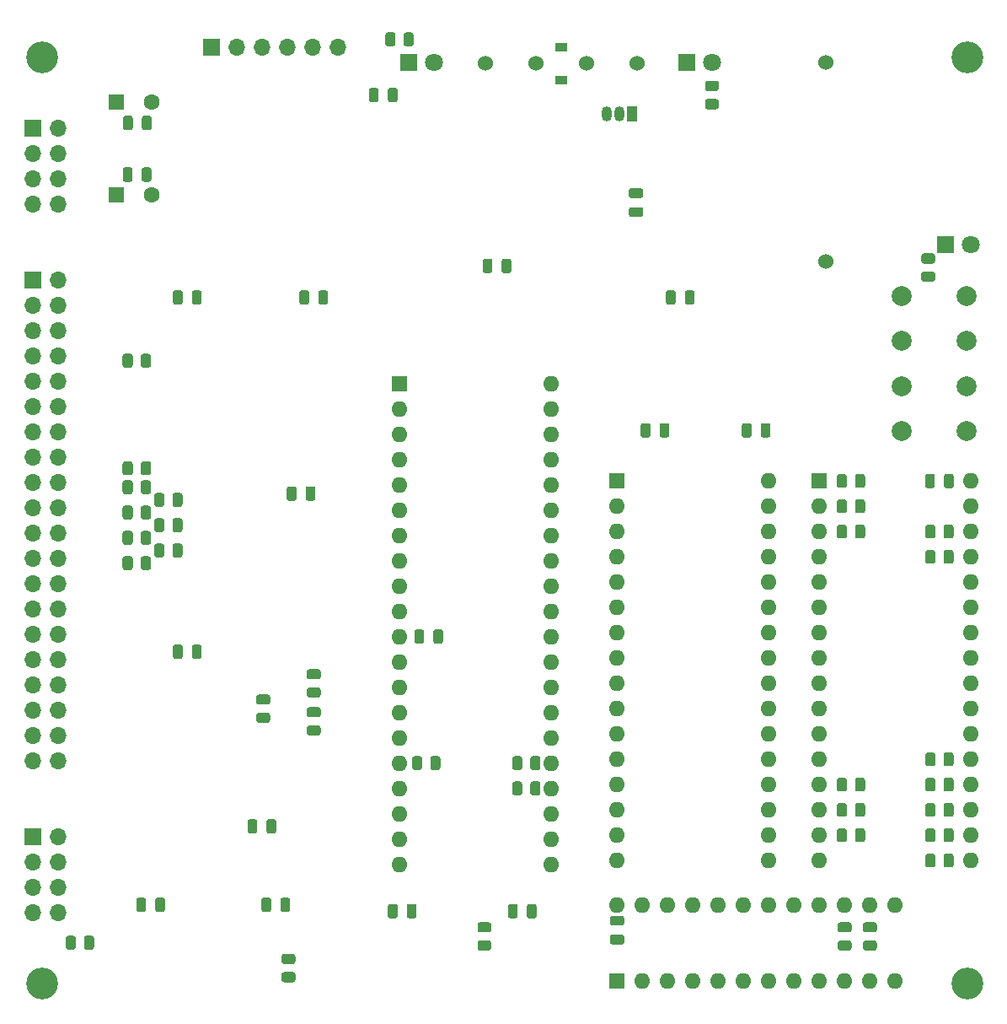
<source format=gbr>
%TF.GenerationSoftware,KiCad,Pcbnew,(5.1.9)-1*%
%TF.CreationDate,2022-03-13T14:27:44-04:00*%
%TF.ProjectId,cpu2,63707532-2e6b-4696-9361-645f70636258,rev?*%
%TF.SameCoordinates,Original*%
%TF.FileFunction,Soldermask,Bot*%
%TF.FilePolarity,Negative*%
%FSLAX46Y46*%
G04 Gerber Fmt 4.6, Leading zero omitted, Abs format (unit mm)*
G04 Created by KiCad (PCBNEW (5.1.9)-1) date 2022-03-13 14:27:44*
%MOMM*%
%LPD*%
G01*
G04 APERTURE LIST*
%ADD10C,1.524000*%
%ADD11O,1.700000X1.700000*%
%ADD12R,1.700000X1.700000*%
%ADD13R,1.050000X1.500000*%
%ADD14O,1.050000X1.500000*%
%ADD15R,1.200000X0.900000*%
%ADD16C,1.800000*%
%ADD17R,1.800000X1.800000*%
%ADD18C,3.200000*%
%ADD19C,1.600000*%
%ADD20R,1.600000X1.600000*%
%ADD21C,2.000000*%
%ADD22O,1.600000X1.600000*%
G04 APERTURE END LIST*
%TO.C,C29*%
G36*
G01*
X37650000Y-82710000D02*
X37650000Y-83660000D01*
G75*
G02*
X37400000Y-83910000I-250000J0D01*
G01*
X36900000Y-83910000D01*
G75*
G02*
X36650000Y-83660000I0J250000D01*
G01*
X36650000Y-82710000D01*
G75*
G02*
X36900000Y-82460000I250000J0D01*
G01*
X37400000Y-82460000D01*
G75*
G02*
X37650000Y-82710000I0J-250000D01*
G01*
G37*
G36*
G01*
X39550000Y-82710000D02*
X39550000Y-83660000D01*
G75*
G02*
X39300000Y-83910000I-250000J0D01*
G01*
X38800000Y-83910000D01*
G75*
G02*
X38550000Y-83660000I0J250000D01*
G01*
X38550000Y-82710000D01*
G75*
G02*
X38800000Y-82460000I250000J0D01*
G01*
X39300000Y-82460000D01*
G75*
G02*
X39550000Y-82710000I0J-250000D01*
G01*
G37*
%TD*%
%TO.C,C28*%
G36*
G01*
X45143000Y-100236000D02*
X45143000Y-101186000D01*
G75*
G02*
X44893000Y-101436000I-250000J0D01*
G01*
X44393000Y-101436000D01*
G75*
G02*
X44143000Y-101186000I0J250000D01*
G01*
X44143000Y-100236000D01*
G75*
G02*
X44393000Y-99986000I250000J0D01*
G01*
X44893000Y-99986000D01*
G75*
G02*
X45143000Y-100236000I0J-250000D01*
G01*
G37*
G36*
G01*
X47043000Y-100236000D02*
X47043000Y-101186000D01*
G75*
G02*
X46793000Y-101436000I-250000J0D01*
G01*
X46293000Y-101436000D01*
G75*
G02*
X46043000Y-101186000I0J250000D01*
G01*
X46043000Y-100236000D01*
G75*
G02*
X46293000Y-99986000I250000J0D01*
G01*
X46793000Y-99986000D01*
G75*
G02*
X47043000Y-100236000I0J-250000D01*
G01*
G37*
%TD*%
%TO.C,C27*%
G36*
G01*
X33531000Y-30574000D02*
X33531000Y-29624000D01*
G75*
G02*
X33781000Y-29374000I250000J0D01*
G01*
X34281000Y-29374000D01*
G75*
G02*
X34531000Y-29624000I0J-250000D01*
G01*
X34531000Y-30574000D01*
G75*
G02*
X34281000Y-30824000I-250000J0D01*
G01*
X33781000Y-30824000D01*
G75*
G02*
X33531000Y-30574000I0J250000D01*
G01*
G37*
G36*
G01*
X31631000Y-30574000D02*
X31631000Y-29624000D01*
G75*
G02*
X31881000Y-29374000I250000J0D01*
G01*
X32381000Y-29374000D01*
G75*
G02*
X32631000Y-29624000I0J-250000D01*
G01*
X32631000Y-30574000D01*
G75*
G02*
X32381000Y-30824000I-250000J0D01*
G01*
X31881000Y-30824000D01*
G75*
G02*
X31631000Y-30574000I0J250000D01*
G01*
G37*
%TD*%
%TO.C,C20*%
G36*
G01*
X33967000Y-108110000D02*
X33967000Y-109060000D01*
G75*
G02*
X33717000Y-109310000I-250000J0D01*
G01*
X33217000Y-109310000D01*
G75*
G02*
X32967000Y-109060000I0J250000D01*
G01*
X32967000Y-108110000D01*
G75*
G02*
X33217000Y-107860000I250000J0D01*
G01*
X33717000Y-107860000D01*
G75*
G02*
X33967000Y-108110000I0J-250000D01*
G01*
G37*
G36*
G01*
X35867000Y-108110000D02*
X35867000Y-109060000D01*
G75*
G02*
X35617000Y-109310000I-250000J0D01*
G01*
X35117000Y-109310000D01*
G75*
G02*
X34867000Y-109060000I0J250000D01*
G01*
X34867000Y-108110000D01*
G75*
G02*
X35117000Y-107860000I250000J0D01*
G01*
X35617000Y-107860000D01*
G75*
G02*
X35867000Y-108110000I0J-250000D01*
G01*
G37*
%TD*%
%TO.C,C19*%
G36*
G01*
X71305000Y-108745000D02*
X71305000Y-109695000D01*
G75*
G02*
X71055000Y-109945000I-250000J0D01*
G01*
X70555000Y-109945000D01*
G75*
G02*
X70305000Y-109695000I0J250000D01*
G01*
X70305000Y-108745000D01*
G75*
G02*
X70555000Y-108495000I250000J0D01*
G01*
X71055000Y-108495000D01*
G75*
G02*
X71305000Y-108745000I0J-250000D01*
G01*
G37*
G36*
G01*
X73205000Y-108745000D02*
X73205000Y-109695000D01*
G75*
G02*
X72955000Y-109945000I-250000J0D01*
G01*
X72455000Y-109945000D01*
G75*
G02*
X72205000Y-109695000I0J250000D01*
G01*
X72205000Y-108745000D01*
G75*
G02*
X72455000Y-108495000I250000J0D01*
G01*
X72955000Y-108495000D01*
G75*
G02*
X73205000Y-108745000I0J-250000D01*
G01*
G37*
%TD*%
%TO.C,C18*%
G36*
G01*
X49080000Y-66835000D02*
X49080000Y-67785000D01*
G75*
G02*
X48830000Y-68035000I-250000J0D01*
G01*
X48330000Y-68035000D01*
G75*
G02*
X48080000Y-67785000I0J250000D01*
G01*
X48080000Y-66835000D01*
G75*
G02*
X48330000Y-66585000I250000J0D01*
G01*
X48830000Y-66585000D01*
G75*
G02*
X49080000Y-66835000I0J-250000D01*
G01*
G37*
G36*
G01*
X50980000Y-66835000D02*
X50980000Y-67785000D01*
G75*
G02*
X50730000Y-68035000I-250000J0D01*
G01*
X50230000Y-68035000D01*
G75*
G02*
X49980000Y-67785000I0J250000D01*
G01*
X49980000Y-66835000D01*
G75*
G02*
X50230000Y-66585000I250000J0D01*
G01*
X50730000Y-66585000D01*
G75*
G02*
X50980000Y-66835000I0J-250000D01*
G01*
G37*
%TD*%
%TO.C,C16*%
G36*
G01*
X46540000Y-108110000D02*
X46540000Y-109060000D01*
G75*
G02*
X46290000Y-109310000I-250000J0D01*
G01*
X45790000Y-109310000D01*
G75*
G02*
X45540000Y-109060000I0J250000D01*
G01*
X45540000Y-108110000D01*
G75*
G02*
X45790000Y-107860000I250000J0D01*
G01*
X46290000Y-107860000D01*
G75*
G02*
X46540000Y-108110000I0J-250000D01*
G01*
G37*
G36*
G01*
X48440000Y-108110000D02*
X48440000Y-109060000D01*
G75*
G02*
X48190000Y-109310000I-250000J0D01*
G01*
X47690000Y-109310000D01*
G75*
G02*
X47440000Y-109060000I0J250000D01*
G01*
X47440000Y-108110000D01*
G75*
G02*
X47690000Y-107860000I250000J0D01*
G01*
X48190000Y-107860000D01*
G75*
G02*
X48440000Y-108110000I0J-250000D01*
G01*
G37*
%TD*%
%TO.C,C15*%
G36*
G01*
X62807000Y-82136000D02*
X62807000Y-81186000D01*
G75*
G02*
X63057000Y-80936000I250000J0D01*
G01*
X63557000Y-80936000D01*
G75*
G02*
X63807000Y-81186000I0J-250000D01*
G01*
X63807000Y-82136000D01*
G75*
G02*
X63557000Y-82386000I-250000J0D01*
G01*
X63057000Y-82386000D01*
G75*
G02*
X62807000Y-82136000I0J250000D01*
G01*
G37*
G36*
G01*
X60907000Y-82136000D02*
X60907000Y-81186000D01*
G75*
G02*
X61157000Y-80936000I250000J0D01*
G01*
X61657000Y-80936000D01*
G75*
G02*
X61907000Y-81186000I0J-250000D01*
G01*
X61907000Y-82136000D01*
G75*
G02*
X61657000Y-82386000I-250000J0D01*
G01*
X61157000Y-82386000D01*
G75*
G02*
X60907000Y-82136000I0J250000D01*
G01*
G37*
%TD*%
%TO.C,C13*%
G36*
G01*
X113215000Y-65565000D02*
X113215000Y-66515000D01*
G75*
G02*
X112965000Y-66765000I-250000J0D01*
G01*
X112465000Y-66765000D01*
G75*
G02*
X112215000Y-66515000I0J250000D01*
G01*
X112215000Y-65565000D01*
G75*
G02*
X112465000Y-65315000I250000J0D01*
G01*
X112965000Y-65315000D01*
G75*
G02*
X113215000Y-65565000I0J-250000D01*
G01*
G37*
G36*
G01*
X115115000Y-65565000D02*
X115115000Y-66515000D01*
G75*
G02*
X114865000Y-66765000I-250000J0D01*
G01*
X114365000Y-66765000D01*
G75*
G02*
X114115000Y-66515000I0J250000D01*
G01*
X114115000Y-65565000D01*
G75*
G02*
X114365000Y-65315000I250000J0D01*
G01*
X114865000Y-65315000D01*
G75*
G02*
X115115000Y-65565000I0J-250000D01*
G01*
G37*
%TD*%
%TO.C,C12*%
G36*
G01*
X50350000Y-47150000D02*
X50350000Y-48100000D01*
G75*
G02*
X50100000Y-48350000I-250000J0D01*
G01*
X49600000Y-48350000D01*
G75*
G02*
X49350000Y-48100000I0J250000D01*
G01*
X49350000Y-47150000D01*
G75*
G02*
X49600000Y-46900000I250000J0D01*
G01*
X50100000Y-46900000D01*
G75*
G02*
X50350000Y-47150000I0J-250000D01*
G01*
G37*
G36*
G01*
X52250000Y-47150000D02*
X52250000Y-48100000D01*
G75*
G02*
X52000000Y-48350000I-250000J0D01*
G01*
X51500000Y-48350000D01*
G75*
G02*
X51250000Y-48100000I0J250000D01*
G01*
X51250000Y-47150000D01*
G75*
G02*
X51500000Y-46900000I250000J0D01*
G01*
X52000000Y-46900000D01*
G75*
G02*
X52250000Y-47150000I0J-250000D01*
G01*
G37*
%TD*%
%TO.C,C11*%
G36*
G01*
X80805000Y-111575000D02*
X81755000Y-111575000D01*
G75*
G02*
X82005000Y-111825000I0J-250000D01*
G01*
X82005000Y-112325000D01*
G75*
G02*
X81755000Y-112575000I-250000J0D01*
G01*
X80805000Y-112575000D01*
G75*
G02*
X80555000Y-112325000I0J250000D01*
G01*
X80555000Y-111825000D01*
G75*
G02*
X80805000Y-111575000I250000J0D01*
G01*
G37*
G36*
G01*
X80805000Y-109675000D02*
X81755000Y-109675000D01*
G75*
G02*
X82005000Y-109925000I0J-250000D01*
G01*
X82005000Y-110425000D01*
G75*
G02*
X81755000Y-110675000I-250000J0D01*
G01*
X80805000Y-110675000D01*
G75*
G02*
X80555000Y-110425000I0J250000D01*
G01*
X80555000Y-109925000D01*
G75*
G02*
X80805000Y-109675000I250000J0D01*
G01*
G37*
%TD*%
%TO.C,C10*%
G36*
G01*
X57335000Y-26830000D02*
X57335000Y-27780000D01*
G75*
G02*
X57085000Y-28030000I-250000J0D01*
G01*
X56585000Y-28030000D01*
G75*
G02*
X56335000Y-27780000I0J250000D01*
G01*
X56335000Y-26830000D01*
G75*
G02*
X56585000Y-26580000I250000J0D01*
G01*
X57085000Y-26580000D01*
G75*
G02*
X57335000Y-26830000I0J-250000D01*
G01*
G37*
G36*
G01*
X59235000Y-26830000D02*
X59235000Y-27780000D01*
G75*
G02*
X58985000Y-28030000I-250000J0D01*
G01*
X58485000Y-28030000D01*
G75*
G02*
X58235000Y-27780000I0J250000D01*
G01*
X58235000Y-26830000D01*
G75*
G02*
X58485000Y-26580000I250000J0D01*
G01*
X58985000Y-26580000D01*
G75*
G02*
X59235000Y-26830000I0J-250000D01*
G01*
G37*
%TD*%
%TO.C,C9*%
G36*
G01*
X87180000Y-47150000D02*
X87180000Y-48100000D01*
G75*
G02*
X86930000Y-48350000I-250000J0D01*
G01*
X86430000Y-48350000D01*
G75*
G02*
X86180000Y-48100000I0J250000D01*
G01*
X86180000Y-47150000D01*
G75*
G02*
X86430000Y-46900000I250000J0D01*
G01*
X86930000Y-46900000D01*
G75*
G02*
X87180000Y-47150000I0J-250000D01*
G01*
G37*
G36*
G01*
X89080000Y-47150000D02*
X89080000Y-48100000D01*
G75*
G02*
X88830000Y-48350000I-250000J0D01*
G01*
X88330000Y-48350000D01*
G75*
G02*
X88080000Y-48100000I0J250000D01*
G01*
X88080000Y-47150000D01*
G75*
G02*
X88330000Y-46900000I250000J0D01*
G01*
X88830000Y-46900000D01*
G75*
G02*
X89080000Y-47150000I0J-250000D01*
G01*
G37*
%TD*%
%TO.C,C8*%
G36*
G01*
X37650000Y-47150000D02*
X37650000Y-48100000D01*
G75*
G02*
X37400000Y-48350000I-250000J0D01*
G01*
X36900000Y-48350000D01*
G75*
G02*
X36650000Y-48100000I0J250000D01*
G01*
X36650000Y-47150000D01*
G75*
G02*
X36900000Y-46900000I250000J0D01*
G01*
X37400000Y-46900000D01*
G75*
G02*
X37650000Y-47150000I0J-250000D01*
G01*
G37*
G36*
G01*
X39550000Y-47150000D02*
X39550000Y-48100000D01*
G75*
G02*
X39300000Y-48350000I-250000J0D01*
G01*
X38800000Y-48350000D01*
G75*
G02*
X38550000Y-48100000I0J250000D01*
G01*
X38550000Y-47150000D01*
G75*
G02*
X38800000Y-46900000I250000J0D01*
G01*
X39300000Y-46900000D01*
G75*
G02*
X39550000Y-47150000I0J-250000D01*
G01*
G37*
%TD*%
%TO.C,C7*%
G36*
G01*
X68765000Y-43975000D02*
X68765000Y-44925000D01*
G75*
G02*
X68515000Y-45175000I-250000J0D01*
G01*
X68015000Y-45175000D01*
G75*
G02*
X67765000Y-44925000I0J250000D01*
G01*
X67765000Y-43975000D01*
G75*
G02*
X68015000Y-43725000I250000J0D01*
G01*
X68515000Y-43725000D01*
G75*
G02*
X68765000Y-43975000I0J-250000D01*
G01*
G37*
G36*
G01*
X70665000Y-43975000D02*
X70665000Y-44925000D01*
G75*
G02*
X70415000Y-45175000I-250000J0D01*
G01*
X69915000Y-45175000D01*
G75*
G02*
X69665000Y-44925000I0J250000D01*
G01*
X69665000Y-43975000D01*
G75*
G02*
X69915000Y-43725000I250000J0D01*
G01*
X70415000Y-43725000D01*
G75*
G02*
X70665000Y-43975000I0J-250000D01*
G01*
G37*
%TD*%
%TO.C,C6*%
G36*
G01*
X85540000Y-61435000D02*
X85540000Y-60485000D01*
G75*
G02*
X85790000Y-60235000I250000J0D01*
G01*
X86290000Y-60235000D01*
G75*
G02*
X86540000Y-60485000I0J-250000D01*
G01*
X86540000Y-61435000D01*
G75*
G02*
X86290000Y-61685000I-250000J0D01*
G01*
X85790000Y-61685000D01*
G75*
G02*
X85540000Y-61435000I0J250000D01*
G01*
G37*
G36*
G01*
X83640000Y-61435000D02*
X83640000Y-60485000D01*
G75*
G02*
X83890000Y-60235000I250000J0D01*
G01*
X84390000Y-60235000D01*
G75*
G02*
X84640000Y-60485000I0J-250000D01*
G01*
X84640000Y-61435000D01*
G75*
G02*
X84390000Y-61685000I-250000J0D01*
G01*
X83890000Y-61685000D01*
G75*
G02*
X83640000Y-61435000I0J250000D01*
G01*
G37*
%TD*%
%TO.C,C5*%
G36*
G01*
X83660000Y-37650000D02*
X82710000Y-37650000D01*
G75*
G02*
X82460000Y-37400000I0J250000D01*
G01*
X82460000Y-36900000D01*
G75*
G02*
X82710000Y-36650000I250000J0D01*
G01*
X83660000Y-36650000D01*
G75*
G02*
X83910000Y-36900000I0J-250000D01*
G01*
X83910000Y-37400000D01*
G75*
G02*
X83660000Y-37650000I-250000J0D01*
G01*
G37*
G36*
G01*
X83660000Y-39550000D02*
X82710000Y-39550000D01*
G75*
G02*
X82460000Y-39300000I0J250000D01*
G01*
X82460000Y-38800000D01*
G75*
G02*
X82710000Y-38550000I250000J0D01*
G01*
X83660000Y-38550000D01*
G75*
G02*
X83910000Y-38800000I0J-250000D01*
G01*
X83910000Y-39300000D01*
G75*
G02*
X83660000Y-39550000I-250000J0D01*
G01*
G37*
%TD*%
%TO.C,C4*%
G36*
G01*
X95700000Y-61435000D02*
X95700000Y-60485000D01*
G75*
G02*
X95950000Y-60235000I250000J0D01*
G01*
X96450000Y-60235000D01*
G75*
G02*
X96700000Y-60485000I0J-250000D01*
G01*
X96700000Y-61435000D01*
G75*
G02*
X96450000Y-61685000I-250000J0D01*
G01*
X95950000Y-61685000D01*
G75*
G02*
X95700000Y-61435000I0J250000D01*
G01*
G37*
G36*
G01*
X93800000Y-61435000D02*
X93800000Y-60485000D01*
G75*
G02*
X94050000Y-60235000I250000J0D01*
G01*
X94550000Y-60235000D01*
G75*
G02*
X94800000Y-60485000I0J-250000D01*
G01*
X94800000Y-61435000D01*
G75*
G02*
X94550000Y-61685000I-250000J0D01*
G01*
X94050000Y-61685000D01*
G75*
G02*
X93800000Y-61435000I0J250000D01*
G01*
G37*
%TD*%
%TO.C,C3*%
G36*
G01*
X59240000Y-108745000D02*
X59240000Y-109695000D01*
G75*
G02*
X58990000Y-109945000I-250000J0D01*
G01*
X58490000Y-109945000D01*
G75*
G02*
X58240000Y-109695000I0J250000D01*
G01*
X58240000Y-108745000D01*
G75*
G02*
X58490000Y-108495000I250000J0D01*
G01*
X58990000Y-108495000D01*
G75*
G02*
X59240000Y-108745000I0J-250000D01*
G01*
G37*
G36*
G01*
X61140000Y-108745000D02*
X61140000Y-109695000D01*
G75*
G02*
X60890000Y-109945000I-250000J0D01*
G01*
X60390000Y-109945000D01*
G75*
G02*
X60140000Y-109695000I0J250000D01*
G01*
X60140000Y-108745000D01*
G75*
G02*
X60390000Y-108495000I250000J0D01*
G01*
X60890000Y-108495000D01*
G75*
G02*
X61140000Y-108745000I0J-250000D01*
G01*
G37*
%TD*%
D10*
%TO.C,BT1*%
X102235000Y-44050000D03*
X102235000Y-24050000D03*
%TD*%
D11*
%TO.C,J4*%
X53200000Y-22500000D03*
X50660000Y-22500000D03*
X48120000Y-22500000D03*
X45580000Y-22500000D03*
X43040000Y-22500000D03*
D12*
X40500000Y-22500000D03*
%TD*%
D10*
%TO.C,U21*%
X83312000Y-24130000D03*
X68072000Y-24130000D03*
X73152000Y-24130000D03*
X78232000Y-24130000D03*
%TD*%
%TO.C,R46*%
G36*
G01*
X90354998Y-27705000D02*
X91255002Y-27705000D01*
G75*
G02*
X91505000Y-27954998I0J-249998D01*
G01*
X91505000Y-28480002D01*
G75*
G02*
X91255002Y-28730000I-249998J0D01*
G01*
X90354998Y-28730000D01*
G75*
G02*
X90105000Y-28480002I0J249998D01*
G01*
X90105000Y-27954998D01*
G75*
G02*
X90354998Y-27705000I249998J0D01*
G01*
G37*
G36*
G01*
X90354998Y-25880000D02*
X91255002Y-25880000D01*
G75*
G02*
X91505000Y-26129998I0J-249998D01*
G01*
X91505000Y-26655002D01*
G75*
G02*
X91255002Y-26905000I-249998J0D01*
G01*
X90354998Y-26905000D01*
G75*
G02*
X90105000Y-26655002I0J249998D01*
G01*
X90105000Y-26129998D01*
G75*
G02*
X90354998Y-25880000I249998J0D01*
G01*
G37*
%TD*%
D13*
%TO.C,Q1*%
X82804000Y-29210000D03*
D14*
X80264000Y-29210000D03*
X81534000Y-29210000D03*
%TD*%
D15*
%TO.C,D9*%
X75692000Y-22480000D03*
X75692000Y-25780000D03*
%TD*%
D16*
%TO.C,D8*%
X90805000Y-24000000D03*
D17*
X88265000Y-24000000D03*
%TD*%
%TO.C,R44*%
G36*
G01*
X33420000Y-65220002D02*
X33420000Y-64319998D01*
G75*
G02*
X33669998Y-64070000I249998J0D01*
G01*
X34195002Y-64070000D01*
G75*
G02*
X34445000Y-64319998I0J-249998D01*
G01*
X34445000Y-65220002D01*
G75*
G02*
X34195002Y-65470000I-249998J0D01*
G01*
X33669998Y-65470000D01*
G75*
G02*
X33420000Y-65220002I0J249998D01*
G01*
G37*
G36*
G01*
X31595000Y-65220002D02*
X31595000Y-64319998D01*
G75*
G02*
X31844998Y-64070000I249998J0D01*
G01*
X32370002Y-64070000D01*
G75*
G02*
X32620000Y-64319998I0J-249998D01*
G01*
X32620000Y-65220002D01*
G75*
G02*
X32370002Y-65470000I-249998J0D01*
G01*
X31844998Y-65470000D01*
G75*
G02*
X31595000Y-65220002I0J249998D01*
G01*
G37*
%TD*%
%TO.C,R43*%
G36*
G01*
X33420000Y-67125002D02*
X33420000Y-66224998D01*
G75*
G02*
X33669998Y-65975000I249998J0D01*
G01*
X34195002Y-65975000D01*
G75*
G02*
X34445000Y-66224998I0J-249998D01*
G01*
X34445000Y-67125002D01*
G75*
G02*
X34195002Y-67375000I-249998J0D01*
G01*
X33669998Y-67375000D01*
G75*
G02*
X33420000Y-67125002I0J249998D01*
G01*
G37*
G36*
G01*
X31595000Y-67125002D02*
X31595000Y-66224998D01*
G75*
G02*
X31844998Y-65975000I249998J0D01*
G01*
X32370002Y-65975000D01*
G75*
G02*
X32620000Y-66224998I0J-249998D01*
G01*
X32620000Y-67125002D01*
G75*
G02*
X32370002Y-67375000I-249998J0D01*
G01*
X31844998Y-67375000D01*
G75*
G02*
X31595000Y-67125002I0J249998D01*
G01*
G37*
%TD*%
%TO.C,R42*%
G36*
G01*
X35795000Y-67494998D02*
X35795000Y-68395002D01*
G75*
G02*
X35545002Y-68645000I-249998J0D01*
G01*
X35019998Y-68645000D01*
G75*
G02*
X34770000Y-68395002I0J249998D01*
G01*
X34770000Y-67494998D01*
G75*
G02*
X35019998Y-67245000I249998J0D01*
G01*
X35545002Y-67245000D01*
G75*
G02*
X35795000Y-67494998I0J-249998D01*
G01*
G37*
G36*
G01*
X37620000Y-67494998D02*
X37620000Y-68395002D01*
G75*
G02*
X37370002Y-68645000I-249998J0D01*
G01*
X36844998Y-68645000D01*
G75*
G02*
X36595000Y-68395002I0J249998D01*
G01*
X36595000Y-67494998D01*
G75*
G02*
X36844998Y-67245000I249998J0D01*
G01*
X37370002Y-67245000D01*
G75*
G02*
X37620000Y-67494998I0J-249998D01*
G01*
G37*
%TD*%
%TO.C,R41*%
G36*
G01*
X33420000Y-69665002D02*
X33420000Y-68764998D01*
G75*
G02*
X33669998Y-68515000I249998J0D01*
G01*
X34195002Y-68515000D01*
G75*
G02*
X34445000Y-68764998I0J-249998D01*
G01*
X34445000Y-69665002D01*
G75*
G02*
X34195002Y-69915000I-249998J0D01*
G01*
X33669998Y-69915000D01*
G75*
G02*
X33420000Y-69665002I0J249998D01*
G01*
G37*
G36*
G01*
X31595000Y-69665002D02*
X31595000Y-68764998D01*
G75*
G02*
X31844998Y-68515000I249998J0D01*
G01*
X32370002Y-68515000D01*
G75*
G02*
X32620000Y-68764998I0J-249998D01*
G01*
X32620000Y-69665002D01*
G75*
G02*
X32370002Y-69915000I-249998J0D01*
G01*
X31844998Y-69915000D01*
G75*
G02*
X31595000Y-69665002I0J249998D01*
G01*
G37*
%TD*%
%TO.C,R40*%
G36*
G01*
X35795000Y-70034998D02*
X35795000Y-70935002D01*
G75*
G02*
X35545002Y-71185000I-249998J0D01*
G01*
X35019998Y-71185000D01*
G75*
G02*
X34770000Y-70935002I0J249998D01*
G01*
X34770000Y-70034998D01*
G75*
G02*
X35019998Y-69785000I249998J0D01*
G01*
X35545002Y-69785000D01*
G75*
G02*
X35795000Y-70034998I0J-249998D01*
G01*
G37*
G36*
G01*
X37620000Y-70034998D02*
X37620000Y-70935002D01*
G75*
G02*
X37370002Y-71185000I-249998J0D01*
G01*
X36844998Y-71185000D01*
G75*
G02*
X36595000Y-70935002I0J249998D01*
G01*
X36595000Y-70034998D01*
G75*
G02*
X36844998Y-69785000I249998J0D01*
G01*
X37370002Y-69785000D01*
G75*
G02*
X37620000Y-70034998I0J-249998D01*
G01*
G37*
%TD*%
%TO.C,R39*%
G36*
G01*
X33420000Y-72205002D02*
X33420000Y-71304998D01*
G75*
G02*
X33669998Y-71055000I249998J0D01*
G01*
X34195002Y-71055000D01*
G75*
G02*
X34445000Y-71304998I0J-249998D01*
G01*
X34445000Y-72205002D01*
G75*
G02*
X34195002Y-72455000I-249998J0D01*
G01*
X33669998Y-72455000D01*
G75*
G02*
X33420000Y-72205002I0J249998D01*
G01*
G37*
G36*
G01*
X31595000Y-72205002D02*
X31595000Y-71304998D01*
G75*
G02*
X31844998Y-71055000I249998J0D01*
G01*
X32370002Y-71055000D01*
G75*
G02*
X32620000Y-71304998I0J-249998D01*
G01*
X32620000Y-72205002D01*
G75*
G02*
X32370002Y-72455000I-249998J0D01*
G01*
X31844998Y-72455000D01*
G75*
G02*
X31595000Y-72205002I0J249998D01*
G01*
G37*
%TD*%
%TO.C,R38*%
G36*
G01*
X35795000Y-72574998D02*
X35795000Y-73475002D01*
G75*
G02*
X35545002Y-73725000I-249998J0D01*
G01*
X35019998Y-73725000D01*
G75*
G02*
X34770000Y-73475002I0J249998D01*
G01*
X34770000Y-72574998D01*
G75*
G02*
X35019998Y-72325000I249998J0D01*
G01*
X35545002Y-72325000D01*
G75*
G02*
X35795000Y-72574998I0J-249998D01*
G01*
G37*
G36*
G01*
X37620000Y-72574998D02*
X37620000Y-73475002D01*
G75*
G02*
X37370002Y-73725000I-249998J0D01*
G01*
X36844998Y-73725000D01*
G75*
G02*
X36595000Y-73475002I0J249998D01*
G01*
X36595000Y-72574998D01*
G75*
G02*
X36844998Y-72325000I249998J0D01*
G01*
X37370002Y-72325000D01*
G75*
G02*
X37620000Y-72574998I0J-249998D01*
G01*
G37*
%TD*%
%TO.C,R37*%
G36*
G01*
X33420000Y-74745002D02*
X33420000Y-73844998D01*
G75*
G02*
X33669998Y-73595000I249998J0D01*
G01*
X34195002Y-73595000D01*
G75*
G02*
X34445000Y-73844998I0J-249998D01*
G01*
X34445000Y-74745002D01*
G75*
G02*
X34195002Y-74995000I-249998J0D01*
G01*
X33669998Y-74995000D01*
G75*
G02*
X33420000Y-74745002I0J249998D01*
G01*
G37*
G36*
G01*
X31595000Y-74745002D02*
X31595000Y-73844998D01*
G75*
G02*
X31844998Y-73595000I249998J0D01*
G01*
X32370002Y-73595000D01*
G75*
G02*
X32620000Y-73844998I0J-249998D01*
G01*
X32620000Y-74745002D01*
G75*
G02*
X32370002Y-74995000I-249998J0D01*
G01*
X31844998Y-74995000D01*
G75*
G02*
X31595000Y-74745002I0J249998D01*
G01*
G37*
%TD*%
%TO.C,R36*%
G36*
G01*
X113265000Y-93529998D02*
X113265000Y-94430002D01*
G75*
G02*
X113015002Y-94680000I-249998J0D01*
G01*
X112489998Y-94680000D01*
G75*
G02*
X112240000Y-94430002I0J249998D01*
G01*
X112240000Y-93529998D01*
G75*
G02*
X112489998Y-93280000I249998J0D01*
G01*
X113015002Y-93280000D01*
G75*
G02*
X113265000Y-93529998I0J-249998D01*
G01*
G37*
G36*
G01*
X115090000Y-93529998D02*
X115090000Y-94430002D01*
G75*
G02*
X114840002Y-94680000I-249998J0D01*
G01*
X114314998Y-94680000D01*
G75*
G02*
X114065000Y-94430002I0J249998D01*
G01*
X114065000Y-93529998D01*
G75*
G02*
X114314998Y-93280000I249998J0D01*
G01*
X114840002Y-93280000D01*
G75*
G02*
X115090000Y-93529998I0J-249998D01*
G01*
G37*
%TD*%
%TO.C,R35*%
G36*
G01*
X113265000Y-96069998D02*
X113265000Y-96970002D01*
G75*
G02*
X113015002Y-97220000I-249998J0D01*
G01*
X112489998Y-97220000D01*
G75*
G02*
X112240000Y-96970002I0J249998D01*
G01*
X112240000Y-96069998D01*
G75*
G02*
X112489998Y-95820000I249998J0D01*
G01*
X113015002Y-95820000D01*
G75*
G02*
X113265000Y-96069998I0J-249998D01*
G01*
G37*
G36*
G01*
X115090000Y-96069998D02*
X115090000Y-96970002D01*
G75*
G02*
X114840002Y-97220000I-249998J0D01*
G01*
X114314998Y-97220000D01*
G75*
G02*
X114065000Y-96970002I0J249998D01*
G01*
X114065000Y-96069998D01*
G75*
G02*
X114314998Y-95820000I249998J0D01*
G01*
X114840002Y-95820000D01*
G75*
G02*
X115090000Y-96069998I0J-249998D01*
G01*
G37*
%TD*%
%TO.C,R34*%
G36*
G01*
X113265000Y-98609998D02*
X113265000Y-99510002D01*
G75*
G02*
X113015002Y-99760000I-249998J0D01*
G01*
X112489998Y-99760000D01*
G75*
G02*
X112240000Y-99510002I0J249998D01*
G01*
X112240000Y-98609998D01*
G75*
G02*
X112489998Y-98360000I249998J0D01*
G01*
X113015002Y-98360000D01*
G75*
G02*
X113265000Y-98609998I0J-249998D01*
G01*
G37*
G36*
G01*
X115090000Y-98609998D02*
X115090000Y-99510002D01*
G75*
G02*
X114840002Y-99760000I-249998J0D01*
G01*
X114314998Y-99760000D01*
G75*
G02*
X114065000Y-99510002I0J249998D01*
G01*
X114065000Y-98609998D01*
G75*
G02*
X114314998Y-98360000I249998J0D01*
G01*
X114840002Y-98360000D01*
G75*
G02*
X115090000Y-98609998I0J-249998D01*
G01*
G37*
%TD*%
%TO.C,R33*%
G36*
G01*
X113265000Y-101149998D02*
X113265000Y-102050002D01*
G75*
G02*
X113015002Y-102300000I-249998J0D01*
G01*
X112489998Y-102300000D01*
G75*
G02*
X112240000Y-102050002I0J249998D01*
G01*
X112240000Y-101149998D01*
G75*
G02*
X112489998Y-100900000I249998J0D01*
G01*
X113015002Y-100900000D01*
G75*
G02*
X113265000Y-101149998I0J-249998D01*
G01*
G37*
G36*
G01*
X115090000Y-101149998D02*
X115090000Y-102050002D01*
G75*
G02*
X114840002Y-102300000I-249998J0D01*
G01*
X114314998Y-102300000D01*
G75*
G02*
X114065000Y-102050002I0J249998D01*
G01*
X114065000Y-101149998D01*
G75*
G02*
X114314998Y-100900000I249998J0D01*
G01*
X114840002Y-100900000D01*
G75*
G02*
X115090000Y-101149998I0J-249998D01*
G01*
G37*
%TD*%
%TO.C,R32*%
G36*
G01*
X113265000Y-103689998D02*
X113265000Y-104590002D01*
G75*
G02*
X113015002Y-104840000I-249998J0D01*
G01*
X112489998Y-104840000D01*
G75*
G02*
X112240000Y-104590002I0J249998D01*
G01*
X112240000Y-103689998D01*
G75*
G02*
X112489998Y-103440000I249998J0D01*
G01*
X113015002Y-103440000D01*
G75*
G02*
X113265000Y-103689998I0J-249998D01*
G01*
G37*
G36*
G01*
X115090000Y-103689998D02*
X115090000Y-104590002D01*
G75*
G02*
X114840002Y-104840000I-249998J0D01*
G01*
X114314998Y-104840000D01*
G75*
G02*
X114065000Y-104590002I0J249998D01*
G01*
X114065000Y-103689998D01*
G75*
G02*
X114314998Y-103440000I249998J0D01*
G01*
X114840002Y-103440000D01*
G75*
G02*
X115090000Y-103689998I0J-249998D01*
G01*
G37*
%TD*%
%TO.C,R31*%
G36*
G01*
X105175000Y-102050002D02*
X105175000Y-101149998D01*
G75*
G02*
X105424998Y-100900000I249998J0D01*
G01*
X105950002Y-100900000D01*
G75*
G02*
X106200000Y-101149998I0J-249998D01*
G01*
X106200000Y-102050002D01*
G75*
G02*
X105950002Y-102300000I-249998J0D01*
G01*
X105424998Y-102300000D01*
G75*
G02*
X105175000Y-102050002I0J249998D01*
G01*
G37*
G36*
G01*
X103350000Y-102050002D02*
X103350000Y-101149998D01*
G75*
G02*
X103599998Y-100900000I249998J0D01*
G01*
X104125002Y-100900000D01*
G75*
G02*
X104375000Y-101149998I0J-249998D01*
G01*
X104375000Y-102050002D01*
G75*
G02*
X104125002Y-102300000I-249998J0D01*
G01*
X103599998Y-102300000D01*
G75*
G02*
X103350000Y-102050002I0J249998D01*
G01*
G37*
%TD*%
%TO.C,R30*%
G36*
G01*
X105175000Y-99510002D02*
X105175000Y-98609998D01*
G75*
G02*
X105424998Y-98360000I249998J0D01*
G01*
X105950002Y-98360000D01*
G75*
G02*
X106200000Y-98609998I0J-249998D01*
G01*
X106200000Y-99510002D01*
G75*
G02*
X105950002Y-99760000I-249998J0D01*
G01*
X105424998Y-99760000D01*
G75*
G02*
X105175000Y-99510002I0J249998D01*
G01*
G37*
G36*
G01*
X103350000Y-99510002D02*
X103350000Y-98609998D01*
G75*
G02*
X103599998Y-98360000I249998J0D01*
G01*
X104125002Y-98360000D01*
G75*
G02*
X104375000Y-98609998I0J-249998D01*
G01*
X104375000Y-99510002D01*
G75*
G02*
X104125002Y-99760000I-249998J0D01*
G01*
X103599998Y-99760000D01*
G75*
G02*
X103350000Y-99510002I0J249998D01*
G01*
G37*
%TD*%
%TO.C,R29*%
G36*
G01*
X105175000Y-96970002D02*
X105175000Y-96069998D01*
G75*
G02*
X105424998Y-95820000I249998J0D01*
G01*
X105950002Y-95820000D01*
G75*
G02*
X106200000Y-96069998I0J-249998D01*
G01*
X106200000Y-96970002D01*
G75*
G02*
X105950002Y-97220000I-249998J0D01*
G01*
X105424998Y-97220000D01*
G75*
G02*
X105175000Y-96970002I0J249998D01*
G01*
G37*
G36*
G01*
X103350000Y-96970002D02*
X103350000Y-96069998D01*
G75*
G02*
X103599998Y-95820000I249998J0D01*
G01*
X104125002Y-95820000D01*
G75*
G02*
X104375000Y-96069998I0J-249998D01*
G01*
X104375000Y-96970002D01*
G75*
G02*
X104125002Y-97220000I-249998J0D01*
G01*
X103599998Y-97220000D01*
G75*
G02*
X103350000Y-96970002I0J249998D01*
G01*
G37*
%TD*%
%TO.C,R10*%
G36*
G01*
X68395002Y-111360000D02*
X67494998Y-111360000D01*
G75*
G02*
X67245000Y-111110002I0J249998D01*
G01*
X67245000Y-110584998D01*
G75*
G02*
X67494998Y-110335000I249998J0D01*
G01*
X68395002Y-110335000D01*
G75*
G02*
X68645000Y-110584998I0J-249998D01*
G01*
X68645000Y-111110002D01*
G75*
G02*
X68395002Y-111360000I-249998J0D01*
G01*
G37*
G36*
G01*
X68395002Y-113185000D02*
X67494998Y-113185000D01*
G75*
G02*
X67245000Y-112935002I0J249998D01*
G01*
X67245000Y-112409998D01*
G75*
G02*
X67494998Y-112160000I249998J0D01*
G01*
X68395002Y-112160000D01*
G75*
G02*
X68645000Y-112409998I0J-249998D01*
G01*
X68645000Y-112935002D01*
G75*
G02*
X68395002Y-113185000I-249998J0D01*
G01*
G37*
%TD*%
%TO.C,R7*%
G36*
G01*
X48710002Y-114535000D02*
X47809998Y-114535000D01*
G75*
G02*
X47560000Y-114285002I0J249998D01*
G01*
X47560000Y-113759998D01*
G75*
G02*
X47809998Y-113510000I249998J0D01*
G01*
X48710002Y-113510000D01*
G75*
G02*
X48960000Y-113759998I0J-249998D01*
G01*
X48960000Y-114285002D01*
G75*
G02*
X48710002Y-114535000I-249998J0D01*
G01*
G37*
G36*
G01*
X48710002Y-116360000D02*
X47809998Y-116360000D01*
G75*
G02*
X47560000Y-116110002I0J249998D01*
G01*
X47560000Y-115584998D01*
G75*
G02*
X47809998Y-115335000I249998J0D01*
G01*
X48710002Y-115335000D01*
G75*
G02*
X48960000Y-115584998I0J-249998D01*
G01*
X48960000Y-116110002D01*
G75*
G02*
X48710002Y-116360000I-249998J0D01*
G01*
G37*
%TD*%
%TO.C,R28*%
G36*
G01*
X33420000Y-54425002D02*
X33420000Y-53524998D01*
G75*
G02*
X33669998Y-53275000I249998J0D01*
G01*
X34195002Y-53275000D01*
G75*
G02*
X34445000Y-53524998I0J-249998D01*
G01*
X34445000Y-54425002D01*
G75*
G02*
X34195002Y-54675000I-249998J0D01*
G01*
X33669998Y-54675000D01*
G75*
G02*
X33420000Y-54425002I0J249998D01*
G01*
G37*
G36*
G01*
X31595000Y-54425002D02*
X31595000Y-53524998D01*
G75*
G02*
X31844998Y-53275000I249998J0D01*
G01*
X32370002Y-53275000D01*
G75*
G02*
X32620000Y-53524998I0J-249998D01*
G01*
X32620000Y-54425002D01*
G75*
G02*
X32370002Y-54675000I-249998J0D01*
G01*
X31844998Y-54675000D01*
G75*
G02*
X31595000Y-54425002I0J249998D01*
G01*
G37*
%TD*%
%TO.C,R27*%
G36*
G01*
X103689998Y-112160000D02*
X104590002Y-112160000D01*
G75*
G02*
X104840000Y-112409998I0J-249998D01*
G01*
X104840000Y-112935002D01*
G75*
G02*
X104590002Y-113185000I-249998J0D01*
G01*
X103689998Y-113185000D01*
G75*
G02*
X103440000Y-112935002I0J249998D01*
G01*
X103440000Y-112409998D01*
G75*
G02*
X103689998Y-112160000I249998J0D01*
G01*
G37*
G36*
G01*
X103689998Y-110335000D02*
X104590002Y-110335000D01*
G75*
G02*
X104840000Y-110584998I0J-249998D01*
G01*
X104840000Y-111110002D01*
G75*
G02*
X104590002Y-111360000I-249998J0D01*
G01*
X103689998Y-111360000D01*
G75*
G02*
X103440000Y-111110002I0J249998D01*
G01*
X103440000Y-110584998D01*
G75*
G02*
X103689998Y-110335000I249998J0D01*
G01*
G37*
%TD*%
%TO.C,R26*%
G36*
G01*
X106229998Y-112160000D02*
X107130002Y-112160000D01*
G75*
G02*
X107380000Y-112409998I0J-249998D01*
G01*
X107380000Y-112935002D01*
G75*
G02*
X107130002Y-113185000I-249998J0D01*
G01*
X106229998Y-113185000D01*
G75*
G02*
X105980000Y-112935002I0J249998D01*
G01*
X105980000Y-112409998D01*
G75*
G02*
X106229998Y-112160000I249998J0D01*
G01*
G37*
G36*
G01*
X106229998Y-110335000D02*
X107130002Y-110335000D01*
G75*
G02*
X107380000Y-110584998I0J-249998D01*
G01*
X107380000Y-111110002D01*
G75*
G02*
X107130002Y-111360000I-249998J0D01*
G01*
X106229998Y-111360000D01*
G75*
G02*
X105980000Y-111110002I0J249998D01*
G01*
X105980000Y-110584998D01*
G75*
G02*
X106229998Y-110335000I249998J0D01*
G01*
G37*
%TD*%
%TO.C,R25*%
G36*
G01*
X105175000Y-66490002D02*
X105175000Y-65589998D01*
G75*
G02*
X105424998Y-65340000I249998J0D01*
G01*
X105950002Y-65340000D01*
G75*
G02*
X106200000Y-65589998I0J-249998D01*
G01*
X106200000Y-66490002D01*
G75*
G02*
X105950002Y-66740000I-249998J0D01*
G01*
X105424998Y-66740000D01*
G75*
G02*
X105175000Y-66490002I0J249998D01*
G01*
G37*
G36*
G01*
X103350000Y-66490002D02*
X103350000Y-65589998D01*
G75*
G02*
X103599998Y-65340000I249998J0D01*
G01*
X104125002Y-65340000D01*
G75*
G02*
X104375000Y-65589998I0J-249998D01*
G01*
X104375000Y-66490002D01*
G75*
G02*
X104125002Y-66740000I-249998J0D01*
G01*
X103599998Y-66740000D01*
G75*
G02*
X103350000Y-66490002I0J249998D01*
G01*
G37*
%TD*%
%TO.C,R24*%
G36*
G01*
X113265000Y-70669998D02*
X113265000Y-71570002D01*
G75*
G02*
X113015002Y-71820000I-249998J0D01*
G01*
X112489998Y-71820000D01*
G75*
G02*
X112240000Y-71570002I0J249998D01*
G01*
X112240000Y-70669998D01*
G75*
G02*
X112489998Y-70420000I249998J0D01*
G01*
X113015002Y-70420000D01*
G75*
G02*
X113265000Y-70669998I0J-249998D01*
G01*
G37*
G36*
G01*
X115090000Y-70669998D02*
X115090000Y-71570002D01*
G75*
G02*
X114840002Y-71820000I-249998J0D01*
G01*
X114314998Y-71820000D01*
G75*
G02*
X114065000Y-71570002I0J249998D01*
G01*
X114065000Y-70669998D01*
G75*
G02*
X114314998Y-70420000I249998J0D01*
G01*
X114840002Y-70420000D01*
G75*
G02*
X115090000Y-70669998I0J-249998D01*
G01*
G37*
%TD*%
%TO.C,R23*%
G36*
G01*
X105175000Y-69030002D02*
X105175000Y-68129998D01*
G75*
G02*
X105424998Y-67880000I249998J0D01*
G01*
X105950002Y-67880000D01*
G75*
G02*
X106200000Y-68129998I0J-249998D01*
G01*
X106200000Y-69030002D01*
G75*
G02*
X105950002Y-69280000I-249998J0D01*
G01*
X105424998Y-69280000D01*
G75*
G02*
X105175000Y-69030002I0J249998D01*
G01*
G37*
G36*
G01*
X103350000Y-69030002D02*
X103350000Y-68129998D01*
G75*
G02*
X103599998Y-67880000I249998J0D01*
G01*
X104125002Y-67880000D01*
G75*
G02*
X104375000Y-68129998I0J-249998D01*
G01*
X104375000Y-69030002D01*
G75*
G02*
X104125002Y-69280000I-249998J0D01*
G01*
X103599998Y-69280000D01*
G75*
G02*
X103350000Y-69030002I0J249998D01*
G01*
G37*
%TD*%
%TO.C,R22*%
G36*
G01*
X105175000Y-71570002D02*
X105175000Y-70669998D01*
G75*
G02*
X105424998Y-70420000I249998J0D01*
G01*
X105950002Y-70420000D01*
G75*
G02*
X106200000Y-70669998I0J-249998D01*
G01*
X106200000Y-71570002D01*
G75*
G02*
X105950002Y-71820000I-249998J0D01*
G01*
X105424998Y-71820000D01*
G75*
G02*
X105175000Y-71570002I0J249998D01*
G01*
G37*
G36*
G01*
X103350000Y-71570002D02*
X103350000Y-70669998D01*
G75*
G02*
X103599998Y-70420000I249998J0D01*
G01*
X104125002Y-70420000D01*
G75*
G02*
X104375000Y-70669998I0J-249998D01*
G01*
X104375000Y-71570002D01*
G75*
G02*
X104125002Y-71820000I-249998J0D01*
G01*
X103599998Y-71820000D01*
G75*
G02*
X103350000Y-71570002I0J249998D01*
G01*
G37*
%TD*%
%TO.C,R21*%
G36*
G01*
X113265000Y-73209998D02*
X113265000Y-74110002D01*
G75*
G02*
X113015002Y-74360000I-249998J0D01*
G01*
X112489998Y-74360000D01*
G75*
G02*
X112240000Y-74110002I0J249998D01*
G01*
X112240000Y-73209998D01*
G75*
G02*
X112489998Y-72960000I249998J0D01*
G01*
X113015002Y-72960000D01*
G75*
G02*
X113265000Y-73209998I0J-249998D01*
G01*
G37*
G36*
G01*
X115090000Y-73209998D02*
X115090000Y-74110002D01*
G75*
G02*
X114840002Y-74360000I-249998J0D01*
G01*
X114314998Y-74360000D01*
G75*
G02*
X114065000Y-74110002I0J249998D01*
G01*
X114065000Y-73209998D01*
G75*
G02*
X114314998Y-72960000I249998J0D01*
G01*
X114840002Y-72960000D01*
G75*
G02*
X115090000Y-73209998I0J-249998D01*
G01*
G37*
%TD*%
D18*
%TO.C,M4*%
X23500000Y-116500000D03*
%TD*%
%TO.C,M3*%
X23500000Y-23500000D03*
%TD*%
%TO.C,M2*%
X116500000Y-116500000D03*
%TD*%
%TO.C,M1*%
X116500000Y-23500000D03*
%TD*%
D19*
%TO.C,C17*%
X34500000Y-37300000D03*
D20*
X31000000Y-37300000D03*
%TD*%
D21*
%TO.C,SW2*%
X116355000Y-56515000D03*
X116355000Y-61015000D03*
X109855000Y-56515000D03*
X109855000Y-61015000D03*
%TD*%
%TO.C,SW1*%
X116355000Y-47443000D03*
X116355000Y-51943000D03*
X109855000Y-47443000D03*
X109855000Y-51943000D03*
%TD*%
%TO.C,C14*%
G36*
G01*
X33503900Y-35762200D02*
X33503900Y-34812200D01*
G75*
G02*
X33753900Y-34562200I250000J0D01*
G01*
X34253900Y-34562200D01*
G75*
G02*
X34503900Y-34812200I0J-250000D01*
G01*
X34503900Y-35762200D01*
G75*
G02*
X34253900Y-36012200I-250000J0D01*
G01*
X33753900Y-36012200D01*
G75*
G02*
X33503900Y-35762200I0J250000D01*
G01*
G37*
G36*
G01*
X31603900Y-35762200D02*
X31603900Y-34812200D01*
G75*
G02*
X31853900Y-34562200I250000J0D01*
G01*
X32353900Y-34562200D01*
G75*
G02*
X32603900Y-34812200I0J-250000D01*
G01*
X32603900Y-35762200D01*
G75*
G02*
X32353900Y-36012200I-250000J0D01*
G01*
X31853900Y-36012200D01*
G75*
G02*
X31603900Y-35762200I0J250000D01*
G01*
G37*
%TD*%
D19*
%TO.C,C21*%
X34500000Y-28000000D03*
D20*
X31000000Y-28000000D03*
%TD*%
D22*
%TO.C,U9*%
X81280000Y-108585000D03*
X109220000Y-116205000D03*
X83820000Y-108585000D03*
X106680000Y-116205000D03*
X86360000Y-108585000D03*
X104140000Y-116205000D03*
X88900000Y-108585000D03*
X101600000Y-116205000D03*
X91440000Y-108585000D03*
X99060000Y-116205000D03*
X93980000Y-108585000D03*
X96520000Y-116205000D03*
X96520000Y-108585000D03*
X93980000Y-116205000D03*
X99060000Y-108585000D03*
X91440000Y-116205000D03*
X101600000Y-108585000D03*
X88900000Y-116205000D03*
X104140000Y-108585000D03*
X86360000Y-116205000D03*
X106680000Y-108585000D03*
X83820000Y-116205000D03*
X109220000Y-108585000D03*
D20*
X81280000Y-116205000D03*
%TD*%
D22*
%TO.C,U5*%
X74689000Y-56261000D03*
X59449000Y-104521000D03*
X74689000Y-58801000D03*
X59449000Y-101981000D03*
X74689000Y-61341000D03*
X59449000Y-99441000D03*
X74689000Y-63881000D03*
X59449000Y-96901000D03*
X74689000Y-66421000D03*
X59449000Y-94361000D03*
X74689000Y-68961000D03*
X59449000Y-91821000D03*
X74689000Y-71501000D03*
X59449000Y-89281000D03*
X74689000Y-74041000D03*
X59449000Y-86741000D03*
X74689000Y-76581000D03*
X59449000Y-84201000D03*
X74689000Y-79121000D03*
X59449000Y-81661000D03*
X74689000Y-81661000D03*
X59449000Y-79121000D03*
X74689000Y-84201000D03*
X59449000Y-76581000D03*
X74689000Y-86741000D03*
X59449000Y-74041000D03*
X74689000Y-89281000D03*
X59449000Y-71501000D03*
X74689000Y-91821000D03*
X59449000Y-68961000D03*
X74689000Y-94361000D03*
X59449000Y-66421000D03*
X74689000Y-96901000D03*
X59449000Y-63881000D03*
X74689000Y-99441000D03*
X59449000Y-61341000D03*
X74689000Y-101981000D03*
X59449000Y-58801000D03*
X74689000Y-104521000D03*
D20*
X59449000Y-56261000D03*
%TD*%
%TO.C,U11*%
X81280000Y-66040000D03*
D22*
X96520000Y-104140000D03*
X81280000Y-68580000D03*
X96520000Y-101600000D03*
X81280000Y-71120000D03*
X96520000Y-99060000D03*
X81280000Y-73660000D03*
X96520000Y-96520000D03*
X81280000Y-76200000D03*
X96520000Y-93980000D03*
X81280000Y-78740000D03*
X96520000Y-91440000D03*
X81280000Y-81280000D03*
X96520000Y-88900000D03*
X81280000Y-83820000D03*
X96520000Y-86360000D03*
X81280000Y-86360000D03*
X96520000Y-83820000D03*
X81280000Y-88900000D03*
X96520000Y-81280000D03*
X81280000Y-91440000D03*
X96520000Y-78740000D03*
X81280000Y-93980000D03*
X96520000Y-76200000D03*
X81280000Y-96520000D03*
X96520000Y-73660000D03*
X81280000Y-99060000D03*
X96520000Y-71120000D03*
X81280000Y-101600000D03*
X96520000Y-68580000D03*
X81280000Y-104140000D03*
X96520000Y-66040000D03*
%TD*%
%TO.C,U8*%
X116840000Y-66040000D03*
X101600000Y-104140000D03*
X116840000Y-68580000D03*
X101600000Y-101600000D03*
X116840000Y-71120000D03*
X101600000Y-99060000D03*
X116840000Y-73660000D03*
X101600000Y-96520000D03*
X116840000Y-76200000D03*
X101600000Y-93980000D03*
X116840000Y-78740000D03*
X101600000Y-91440000D03*
X116840000Y-81280000D03*
X101600000Y-88900000D03*
X116840000Y-83820000D03*
X101600000Y-86360000D03*
X116840000Y-86360000D03*
X101600000Y-83820000D03*
X116840000Y-88900000D03*
X101600000Y-81280000D03*
X116840000Y-91440000D03*
X101600000Y-78740000D03*
X116840000Y-93980000D03*
X101600000Y-76200000D03*
X116840000Y-96520000D03*
X101600000Y-73660000D03*
X116840000Y-99060000D03*
X101600000Y-71120000D03*
X116840000Y-101600000D03*
X101600000Y-68580000D03*
X116840000Y-104140000D03*
D20*
X101600000Y-66040000D03*
%TD*%
D12*
%TO.C,J2*%
X22540000Y-30600000D03*
D11*
X25080000Y-30600000D03*
X22540000Y-33140000D03*
X25080000Y-33140000D03*
X22540000Y-35680000D03*
X25080000Y-35680000D03*
X22540000Y-38220000D03*
X25080000Y-38220000D03*
%TD*%
%TO.C,J1*%
X25080000Y-109400000D03*
X22540000Y-109400000D03*
X25080000Y-106860000D03*
X22540000Y-106860000D03*
X25080000Y-104320000D03*
X22540000Y-104320000D03*
X25080000Y-101780000D03*
D12*
X22540000Y-101780000D03*
%TD*%
%TO.C,R11*%
G36*
G01*
X59813000Y-22167002D02*
X59813000Y-21266998D01*
G75*
G02*
X60062998Y-21017000I249998J0D01*
G01*
X60588002Y-21017000D01*
G75*
G02*
X60838000Y-21266998I0J-249998D01*
G01*
X60838000Y-22167002D01*
G75*
G02*
X60588002Y-22417000I-249998J0D01*
G01*
X60062998Y-22417000D01*
G75*
G02*
X59813000Y-22167002I0J249998D01*
G01*
G37*
G36*
G01*
X57988000Y-22167002D02*
X57988000Y-21266998D01*
G75*
G02*
X58237998Y-21017000I249998J0D01*
G01*
X58763002Y-21017000D01*
G75*
G02*
X59013000Y-21266998I0J-249998D01*
G01*
X59013000Y-22167002D01*
G75*
G02*
X58763002Y-22417000I-249998J0D01*
G01*
X58237998Y-22417000D01*
G75*
G02*
X57988000Y-22167002I0J249998D01*
G01*
G37*
%TD*%
D16*
%TO.C,D5*%
X62865000Y-24000000D03*
D17*
X60325000Y-24000000D03*
%TD*%
%TO.C,R15*%
G36*
G01*
X26905000Y-111944998D02*
X26905000Y-112845002D01*
G75*
G02*
X26655002Y-113095000I-249998J0D01*
G01*
X26129998Y-113095000D01*
G75*
G02*
X25880000Y-112845002I0J249998D01*
G01*
X25880000Y-111944998D01*
G75*
G02*
X26129998Y-111695000I249998J0D01*
G01*
X26655002Y-111695000D01*
G75*
G02*
X26905000Y-111944998I0J-249998D01*
G01*
G37*
G36*
G01*
X28730000Y-111944998D02*
X28730000Y-112845002D01*
G75*
G02*
X28480002Y-113095000I-249998J0D01*
G01*
X27954998Y-113095000D01*
G75*
G02*
X27705000Y-112845002I0J249998D01*
G01*
X27705000Y-111944998D01*
G75*
G02*
X27954998Y-111695000I249998J0D01*
G01*
X28480002Y-111695000D01*
G75*
G02*
X28730000Y-111944998I0J-249998D01*
G01*
G37*
%TD*%
%TO.C,R20*%
G36*
G01*
X51250002Y-85960000D02*
X50349998Y-85960000D01*
G75*
G02*
X50100000Y-85710002I0J249998D01*
G01*
X50100000Y-85184998D01*
G75*
G02*
X50349998Y-84935000I249998J0D01*
G01*
X51250002Y-84935000D01*
G75*
G02*
X51500000Y-85184998I0J-249998D01*
G01*
X51500000Y-85710002D01*
G75*
G02*
X51250002Y-85960000I-249998J0D01*
G01*
G37*
G36*
G01*
X51250002Y-87785000D02*
X50349998Y-87785000D01*
G75*
G02*
X50100000Y-87535002I0J249998D01*
G01*
X50100000Y-87009998D01*
G75*
G02*
X50349998Y-86760000I249998J0D01*
G01*
X51250002Y-86760000D01*
G75*
G02*
X51500000Y-87009998I0J-249998D01*
G01*
X51500000Y-87535002D01*
G75*
G02*
X51250002Y-87785000I-249998J0D01*
G01*
G37*
%TD*%
%TO.C,R19*%
G36*
G01*
X46170002Y-88500000D02*
X45269998Y-88500000D01*
G75*
G02*
X45020000Y-88250002I0J249998D01*
G01*
X45020000Y-87724998D01*
G75*
G02*
X45269998Y-87475000I249998J0D01*
G01*
X46170002Y-87475000D01*
G75*
G02*
X46420000Y-87724998I0J-249998D01*
G01*
X46420000Y-88250002D01*
G75*
G02*
X46170002Y-88500000I-249998J0D01*
G01*
G37*
G36*
G01*
X46170002Y-90325000D02*
X45269998Y-90325000D01*
G75*
G02*
X45020000Y-90075002I0J249998D01*
G01*
X45020000Y-89549998D01*
G75*
G02*
X45269998Y-89300000I249998J0D01*
G01*
X46170002Y-89300000D01*
G75*
G02*
X46420000Y-89549998I0J-249998D01*
G01*
X46420000Y-90075002D01*
G75*
G02*
X46170002Y-90325000I-249998J0D01*
G01*
G37*
%TD*%
%TO.C,R18*%
G36*
G01*
X51250002Y-89770000D02*
X50349998Y-89770000D01*
G75*
G02*
X50100000Y-89520002I0J249998D01*
G01*
X50100000Y-88994998D01*
G75*
G02*
X50349998Y-88745000I249998J0D01*
G01*
X51250002Y-88745000D01*
G75*
G02*
X51500000Y-88994998I0J-249998D01*
G01*
X51500000Y-89520002D01*
G75*
G02*
X51250002Y-89770000I-249998J0D01*
G01*
G37*
G36*
G01*
X51250002Y-91595000D02*
X50349998Y-91595000D01*
G75*
G02*
X50100000Y-91345002I0J249998D01*
G01*
X50100000Y-90819998D01*
G75*
G02*
X50349998Y-90570000I249998J0D01*
G01*
X51250002Y-90570000D01*
G75*
G02*
X51500000Y-90819998I0J-249998D01*
G01*
X51500000Y-91345002D01*
G75*
G02*
X51250002Y-91595000I-249998J0D01*
G01*
G37*
%TD*%
D16*
%TO.C,D3*%
X116840000Y-42291000D03*
D17*
X114300000Y-42291000D03*
%TD*%
%TO.C,R8*%
G36*
G01*
X112995302Y-44226400D02*
X112095298Y-44226400D01*
G75*
G02*
X111845300Y-43976402I0J249998D01*
G01*
X111845300Y-43451398D01*
G75*
G02*
X112095298Y-43201400I249998J0D01*
G01*
X112995302Y-43201400D01*
G75*
G02*
X113245300Y-43451398I0J-249998D01*
G01*
X113245300Y-43976402D01*
G75*
G02*
X112995302Y-44226400I-249998J0D01*
G01*
G37*
G36*
G01*
X112995302Y-46051400D02*
X112095298Y-46051400D01*
G75*
G02*
X111845300Y-45801402I0J249998D01*
G01*
X111845300Y-45276398D01*
G75*
G02*
X112095298Y-45026400I249998J0D01*
G01*
X112995302Y-45026400D01*
G75*
G02*
X113245300Y-45276398I0J-249998D01*
G01*
X113245300Y-45801402D01*
G75*
G02*
X112995302Y-46051400I-249998J0D01*
G01*
G37*
%TD*%
%TO.C,R9*%
G36*
G01*
X71759500Y-93910998D02*
X71759500Y-94811002D01*
G75*
G02*
X71509502Y-95061000I-249998J0D01*
G01*
X70984498Y-95061000D01*
G75*
G02*
X70734500Y-94811002I0J249998D01*
G01*
X70734500Y-93910998D01*
G75*
G02*
X70984498Y-93661000I249998J0D01*
G01*
X71509502Y-93661000D01*
G75*
G02*
X71759500Y-93910998I0J-249998D01*
G01*
G37*
G36*
G01*
X73584500Y-93910998D02*
X73584500Y-94811002D01*
G75*
G02*
X73334502Y-95061000I-249998J0D01*
G01*
X72809498Y-95061000D01*
G75*
G02*
X72559500Y-94811002I0J249998D01*
G01*
X72559500Y-93910998D01*
G75*
G02*
X72809498Y-93661000I249998J0D01*
G01*
X73334502Y-93661000D01*
G75*
G02*
X73584500Y-93910998I0J-249998D01*
G01*
G37*
%TD*%
%TO.C,R17*%
G36*
G01*
X71759500Y-96450998D02*
X71759500Y-97351002D01*
G75*
G02*
X71509502Y-97601000I-249998J0D01*
G01*
X70984498Y-97601000D01*
G75*
G02*
X70734500Y-97351002I0J249998D01*
G01*
X70734500Y-96450998D01*
G75*
G02*
X70984498Y-96201000I249998J0D01*
G01*
X71509502Y-96201000D01*
G75*
G02*
X71759500Y-96450998I0J-249998D01*
G01*
G37*
G36*
G01*
X73584500Y-96450998D02*
X73584500Y-97351002D01*
G75*
G02*
X73334502Y-97601000I-249998J0D01*
G01*
X72809498Y-97601000D01*
G75*
G02*
X72559500Y-97351002I0J249998D01*
G01*
X72559500Y-96450998D01*
G75*
G02*
X72809498Y-96201000I249998J0D01*
G01*
X73334502Y-96201000D01*
G75*
G02*
X73584500Y-96450998I0J-249998D01*
G01*
G37*
%TD*%
%TO.C,R16*%
G36*
G01*
X62503000Y-94811002D02*
X62503000Y-93910998D01*
G75*
G02*
X62752998Y-93661000I249998J0D01*
G01*
X63278002Y-93661000D01*
G75*
G02*
X63528000Y-93910998I0J-249998D01*
G01*
X63528000Y-94811002D01*
G75*
G02*
X63278002Y-95061000I-249998J0D01*
G01*
X62752998Y-95061000D01*
G75*
G02*
X62503000Y-94811002I0J249998D01*
G01*
G37*
G36*
G01*
X60678000Y-94811002D02*
X60678000Y-93910998D01*
G75*
G02*
X60927998Y-93661000I249998J0D01*
G01*
X61453002Y-93661000D01*
G75*
G02*
X61703000Y-93910998I0J-249998D01*
G01*
X61703000Y-94811002D01*
G75*
G02*
X61453002Y-95061000I-249998J0D01*
G01*
X60927998Y-95061000D01*
G75*
G02*
X60678000Y-94811002I0J249998D01*
G01*
G37*
%TD*%
D11*
%TO.C,J3*%
X25080000Y-94130000D03*
X22540000Y-94130000D03*
X25080000Y-91590000D03*
X22540000Y-91590000D03*
X25080000Y-89050000D03*
X22540000Y-89050000D03*
X25080000Y-86510000D03*
X22540000Y-86510000D03*
X25080000Y-83970000D03*
X22540000Y-83970000D03*
X25080000Y-81430000D03*
X22540000Y-81430000D03*
X25080000Y-78890000D03*
X22540000Y-78890000D03*
X25080000Y-76350000D03*
X22540000Y-76350000D03*
X25080000Y-73810000D03*
X22540000Y-73810000D03*
X25080000Y-71270000D03*
X22540000Y-71270000D03*
X25080000Y-68730000D03*
X22540000Y-68730000D03*
X25080000Y-66190000D03*
X22540000Y-66190000D03*
X25080000Y-63650000D03*
X22540000Y-63650000D03*
X25080000Y-61110000D03*
X22540000Y-61110000D03*
X25080000Y-58570000D03*
X22540000Y-58570000D03*
X25080000Y-56030000D03*
X22540000Y-56030000D03*
X25080000Y-53490000D03*
X22540000Y-53490000D03*
X25080000Y-50950000D03*
X22540000Y-50950000D03*
X25080000Y-48410000D03*
X22540000Y-48410000D03*
X25080000Y-45870000D03*
D12*
X22540000Y-45870000D03*
%TD*%
M02*

</source>
